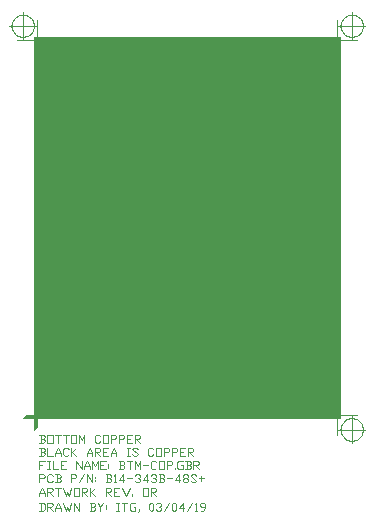
<source format=gbr>
G75*
%IPPOS*%
%FSLAX24Y24*%
%MOIN*%
%ADD10C,0.00100*%
%ADD11C,0.00200*%
%ADD12C,0.00400*%
%ADD13C,0.00800*%
%ADD14C,0.01500*%
%ADD15C,0.02500*%
%ADD16C,0.04000*%
%ADD17C,0.40000*%
%ADD18C,0.20000*%
%ADD19C,0.13838*%
%ADD20C,0.11515*%
%ADD21C,0.09600*%
%ADD22C,0.03800*%
%ADD23C,0.08000*%
%ADD24C,0.12600*%
%ADD25C,0.01300*%
%ADD26C,0.04000*%
%LNGB-BCOP*%
%LPD*%
G54D10*
X-388Y-5D02*
X-483Y-108D01*
X-108D01*
Y-483D01*
X-5Y-388D01*
Y-5D01*
X-388D01*
X-461Y-98D02*
X-483Y-108D01*
X-98Y-461D02*
X-108Y-483D01*
G54D11*
X-384Y-15D02*
X-461Y-98D01*
X-98D01*
Y-461D01*
X-15Y-384D01*
Y-15D01*
X-384D01*
X-415Y-78D02*
X-461Y-98D01*
X-78Y-415D02*
X-98Y-461D01*
G54D12*
X-375Y-35D02*
X-415Y-78D01*
X-78D01*
Y-415D01*
X-35Y-375D01*
Y-35D01*
X-375D01*
X-225Y-35D02*
Y-78D01*
X-263D02*
Y-35D01*
X-301D02*
Y-78D01*
X-339D02*
Y-35D01*
X-377Y-37D02*
Y-78D01*
X-187D02*
Y-35D01*
X-149D02*
Y-78D01*
X-111D02*
Y-35D01*
X-73D02*
Y-410D01*
G54D10*
X-388Y-5D02*
X-483Y-108D01*
X-108D01*
Y-483D01*
X-5Y-388D01*
Y-5D01*
X-388D01*
X-484Y13354D02*
X-543Y13349D01*
X-600Y13335D01*
X-654Y13313D01*
X-704Y13282D01*
X-749Y13244D01*
X-787Y13199D01*
X-818Y13149D01*
X-841Y13095D01*
X-854Y13037D01*
X-859Y12979D01*
D02*
X-854Y12920D01*
X-841Y12863D01*
X-818Y12808D01*
X-787Y12758D01*
X-749Y12713D01*
X-704Y12675D01*
X-654Y12644D01*
X-600Y12622D01*
X-543Y12608D01*
X-484Y12604D01*
Y12979D02*
X-937D01*
X-484Y12604D02*
X-425Y12608D01*
X-368Y12622D01*
X-314Y12644D01*
X-263Y12675D01*
X-219Y12713D01*
X-181Y12758D01*
X-150Y12808D01*
X-127Y12863D01*
X-114Y12920D01*
X-109Y12979D01*
X-484D02*
Y12526D01*
X0Y12500D02*
Y13172D01*
Y12500D02*
X-672D01*
X-109Y12979D02*
X-114Y13037D01*
X-127Y13095D01*
X-150Y13149D01*
X-181Y13199D01*
X-219Y13244D01*
X-263Y13282D01*
X-314Y13313D01*
X-368Y13335D01*
X-425Y13349D01*
X-484Y13354D01*
Y12979D02*
X-31D01*
X-484D02*
Y13432D01*
G54D12*
X71Y-2240D02*
Y-1975D01*
X204D01*
X248Y-2019D01*
Y-2063D01*
X204Y-2108D01*
X71D01*
X513Y-2196D02*
X469Y-2240D01*
X381D01*
X336Y-2196D01*
Y-2019D01*
X381Y-1975D01*
X469D01*
X513Y-2019D01*
X602Y-2240D02*
X734D01*
X779Y-2196D01*
Y-2152D01*
X734Y-2108D01*
X646D01*
X734D02*
X779Y-2063D01*
Y-2019D01*
X734Y-1975D01*
X602D01*
X646D02*
Y-2240D01*
X1133D02*
Y-1975D01*
X1265D01*
X1309Y-2019D01*
Y-2063D01*
X1265Y-2108D01*
X1133D01*
X1398Y-2240D02*
X1575Y-1975D01*
X1663Y-2240D02*
Y-1975D01*
X1840Y-2240D01*
Y-1975D01*
X1929Y-2063D02*
Y-2108D01*
Y-2152D02*
Y-2196D01*
X2283Y-2240D02*
X2415D01*
X2460Y-2196D01*
Y-2152D01*
X2415Y-2108D01*
X2327D01*
X2415D02*
X2460Y-2063D01*
Y-2019D01*
X2415Y-1975D01*
X2283D01*
X2327D02*
Y-2240D01*
X2548Y-2019D02*
X2592Y-1975D01*
Y-2240D01*
X2548D02*
X2637D01*
X2902Y-2152D02*
X2725D01*
X2858Y-1975D01*
Y-2240D01*
X2990Y-2108D02*
X3167D01*
X3256Y-2019D02*
X3300Y-1975D01*
X3389D01*
X3433Y-2019D01*
Y-2063D01*
X3389Y-2108D01*
X3344D01*
X3389D02*
X3433Y-2152D01*
Y-2196D01*
X3389Y-2240D01*
X3300D01*
X3256Y-2196D01*
X3698Y-2152D02*
X3521D01*
X3654Y-1975D01*
Y-2240D01*
X3787Y-2019D02*
X3831Y-1975D01*
X3919D01*
X3964Y-2019D01*
Y-2063D01*
X3919Y-2108D01*
X3875D01*
X3919D02*
X3964Y-2152D01*
Y-2196D01*
X3919Y-2240D01*
X3831D01*
X3787Y-2196D01*
X4052Y-2240D02*
X4185D01*
X4229Y-2196D01*
Y-2152D01*
X4185Y-2108D01*
X4096D01*
X4185D02*
X4229Y-2063D01*
Y-2019D01*
X4185Y-1975D01*
X4052D01*
X4096D02*
Y-2240D01*
X4318Y-2108D02*
X4495D01*
X4760Y-2152D02*
X4583D01*
X4716Y-1975D01*
Y-2240D01*
X4893D02*
X4848Y-2196D01*
Y-2152D01*
X4893Y-2108D01*
X4981D01*
X5025Y-2063D01*
Y-2019D01*
X4981Y-1975D01*
X4893D01*
X4848Y-2019D01*
Y-2063D01*
X4893Y-2108D01*
X4981D02*
X5025Y-2152D01*
Y-2196D01*
X4981Y-2240D01*
X4893D01*
X5114Y-2196D02*
X5158Y-2240D01*
X5247D01*
X5291Y-2196D01*
X5114Y-2019D01*
X5158Y-1975D01*
X5247D01*
X5291Y-2019D01*
X5468Y-2196D02*
Y-2019D01*
X5556Y-2108D02*
X5379D01*
X71Y-3181D02*
X204D01*
X248Y-3137D01*
Y-2960D01*
X204Y-2916D01*
X71D01*
X115D02*
Y-3181D01*
X336D02*
Y-2916D01*
X469D01*
X513Y-2960D01*
Y-3004D01*
X469Y-3048D01*
X336D01*
X381D02*
X513Y-3181D01*
X602D02*
Y-3093D01*
X690Y-2916D01*
X779Y-3093D01*
Y-3181D01*
X602Y-3093D02*
X779D01*
X867Y-2916D02*
X956Y-3181D01*
X1000Y-3048D01*
X1044Y-3181D01*
X1133Y-2916D01*
X1221Y-3181D02*
Y-2916D01*
X1398Y-3181D01*
Y-2916D01*
X1752Y-3181D02*
X1885D01*
X1929Y-3137D01*
Y-3093D01*
X1885Y-3048D01*
X1796D01*
X1885D02*
X1929Y-3004D01*
Y-2960D01*
X1885Y-2916D01*
X1752D01*
X1796D02*
Y-3181D01*
X2017Y-2916D02*
X2106Y-3048D01*
Y-3181D01*
Y-3048D02*
X2194Y-2916D01*
X2283Y-3004D02*
Y-3048D01*
Y-3093D02*
Y-3137D01*
X2637Y-2916D02*
X2725D01*
X2681D02*
Y-3181D01*
X2637D02*
X2725D01*
X2814Y-2916D02*
X2990D01*
X2902D02*
Y-3181D01*
X3212Y-3048D02*
X3256D01*
Y-3181D01*
X3123D01*
X3079Y-3137D01*
Y-2960D01*
X3123Y-2916D01*
X3256D01*
X3389Y-3137D02*
Y-3181D01*
X3344Y-3225D01*
X3787Y-3181D02*
X3743Y-3137D01*
Y-2960D01*
X3787Y-2916D01*
X3831D01*
X3875Y-2960D01*
Y-3137D01*
X3831Y-3181D01*
X3787D01*
X3964Y-2960D02*
X4008Y-2916D01*
X4096D01*
X4141Y-2960D01*
Y-3004D01*
X4096Y-3048D01*
X4052D01*
X4096D02*
X4141Y-3093D01*
Y-3137D01*
X4096Y-3181D01*
X4008D01*
X3964Y-3137D01*
X4229Y-3181D02*
X4406Y-2916D01*
X4539Y-3181D02*
X4495Y-3137D01*
Y-2960D01*
X4539Y-2916D01*
X4583D01*
X4627Y-2960D01*
Y-3137D01*
X4583Y-3181D01*
X4539D01*
X4893Y-3093D02*
X4716D01*
X4848Y-2916D01*
Y-3181D01*
X4981D02*
X5158Y-2916D01*
X5247Y-2960D02*
X5291Y-2916D01*
Y-3181D01*
X5247D02*
X5335D01*
X5468D02*
X5512D01*
X5600Y-3093D01*
Y-2960D01*
X5556Y-2916D01*
X5468D01*
X5424Y-2960D01*
Y-3004D01*
X5468Y-3048D01*
X5600D01*
X71Y-1798D02*
Y-1533D01*
X248D01*
X71Y-1665D02*
X159D01*
X336Y-1533D02*
X425D01*
X381D02*
Y-1798D01*
X336D02*
X425D01*
X513Y-1533D02*
Y-1798D01*
X690D01*
X779D02*
Y-1533D01*
X956D01*
X779Y-1665D02*
X867D01*
X779Y-1798D02*
X956D01*
X1309D02*
Y-1533D01*
X1486Y-1798D01*
Y-1533D01*
X1575Y-1798D02*
Y-1709D01*
X1663Y-1533D01*
X1752Y-1709D01*
Y-1798D01*
X1575Y-1709D02*
X1752D01*
X1840Y-1798D02*
Y-1533D01*
X1929Y-1709D01*
X2017Y-1533D01*
Y-1798D01*
X2106D02*
Y-1533D01*
X2283D01*
X2106Y-1665D02*
X2194D01*
X2106Y-1798D02*
X2283D01*
X2371Y-1621D02*
Y-1665D01*
Y-1709D02*
Y-1754D01*
X2725Y-1798D02*
X2858D01*
X2902Y-1754D01*
Y-1709D01*
X2858Y-1665D01*
X2769D01*
X2858D02*
X2902Y-1621D01*
Y-1577D01*
X2858Y-1533D01*
X2725D01*
X2769D02*
Y-1798D01*
X2990Y-1533D02*
X3167D01*
X3079D02*
Y-1798D01*
X3256D02*
Y-1533D01*
X3344Y-1709D01*
X3433Y-1533D01*
Y-1798D01*
X3521Y-1665D02*
X3698D01*
X3964Y-1754D02*
X3919Y-1798D01*
X3831D01*
X3787Y-1754D01*
Y-1577D01*
X3831Y-1533D01*
X3919D01*
X3964Y-1577D01*
X4052Y-1798D02*
Y-1533D01*
X4229D01*
Y-1798D01*
X4052D01*
X4318D02*
Y-1533D01*
X4450D01*
X4495Y-1577D01*
Y-1621D01*
X4450Y-1665D01*
X4318D01*
X4583Y-1798D02*
Y-1754D01*
X4804Y-1665D02*
X4848D01*
Y-1798D01*
X4716D01*
X4671Y-1754D01*
Y-1577D01*
X4716Y-1533D01*
X4848D01*
X4937Y-1798D02*
X5070D01*
X5114Y-1754D01*
Y-1709D01*
X5070Y-1665D01*
X4981D01*
X5070D02*
X5114Y-1621D01*
Y-1577D01*
X5070Y-1533D01*
X4937D01*
X4981D02*
Y-1798D01*
X5202D02*
Y-1533D01*
X5335D01*
X5379Y-1577D01*
Y-1621D01*
X5335Y-1665D01*
X5202D01*
X5247D02*
X5379Y-1798D01*
X71Y-1356D02*
X204D01*
X248Y-1311D01*
Y-1267D01*
X204Y-1223D01*
X115D01*
X204D02*
X248Y-1179D01*
Y-1134D01*
X204Y-1090D01*
X71D01*
X115D02*
Y-1356D01*
X336Y-1090D02*
Y-1356D01*
X513D01*
X602D02*
Y-1267D01*
X690Y-1090D01*
X779Y-1267D01*
Y-1356D01*
X602Y-1267D02*
X779D01*
X1044Y-1311D02*
X1000Y-1356D01*
X911D01*
X867Y-1311D01*
Y-1134D01*
X911Y-1090D01*
X1000D01*
X1044Y-1134D01*
X1133Y-1356D02*
Y-1090D01*
X1309D02*
X1177Y-1223D01*
X1133D01*
X1177D02*
X1309Y-1356D01*
X1663D02*
Y-1267D01*
X1752Y-1090D01*
X1840Y-1267D01*
Y-1356D01*
X1663Y-1267D02*
X1840D01*
X1929Y-1356D02*
Y-1090D01*
X2062D01*
X2106Y-1134D01*
Y-1179D01*
X2062Y-1223D01*
X1929D01*
X1973D02*
X2106Y-1356D01*
X2194D02*
Y-1090D01*
X2371D01*
X2194Y-1223D02*
X2283D01*
X2194Y-1356D02*
X2371D01*
X2460D02*
Y-1267D01*
X2548Y-1090D01*
X2637Y-1267D01*
Y-1356D01*
X2460Y-1267D02*
X2637D01*
X2990Y-1090D02*
X3079D01*
X3035D02*
Y-1356D01*
X2990D02*
X3079D01*
X3167Y-1311D02*
X3212Y-1356D01*
X3300D01*
X3344Y-1311D01*
X3167Y-1134D01*
X3212Y-1090D01*
X3300D01*
X3344Y-1134D01*
X3875Y-1311D02*
X3831Y-1356D01*
X3743D01*
X3698Y-1311D01*
Y-1134D01*
X3743Y-1090D01*
X3831D01*
X3875Y-1134D01*
X3964Y-1356D02*
Y-1090D01*
X4141D01*
Y-1356D01*
X3964D01*
X4229D02*
Y-1090D01*
X4362D01*
X4406Y-1134D01*
Y-1179D01*
X4362Y-1223D01*
X4229D01*
X4495Y-1356D02*
Y-1090D01*
X4627D01*
X4671Y-1134D01*
Y-1179D01*
X4627Y-1223D01*
X4495D01*
X4760Y-1356D02*
Y-1090D01*
X4937D01*
X4760Y-1223D02*
X4848D01*
X4760Y-1356D02*
X4937D01*
X5025D02*
Y-1090D01*
X5158D01*
X5202Y-1134D01*
Y-1179D01*
X5158Y-1223D01*
X5025D01*
X5070D02*
X5202Y-1356D01*
X71Y-913D02*
X204D01*
X248Y-869D01*
Y-825D01*
X204Y-781D01*
X115D01*
X204D02*
X248Y-736D01*
Y-692D01*
X204Y-648D01*
X71D01*
X115D02*
Y-913D01*
X336D02*
Y-648D01*
X513D01*
Y-913D01*
X336D01*
X602Y-648D02*
X779D01*
X690D02*
Y-913D01*
X867Y-648D02*
X1044D01*
X956D02*
Y-913D01*
X1133D02*
Y-648D01*
X1309D01*
Y-913D01*
X1133D01*
X1398D02*
Y-648D01*
X1486Y-825D01*
X1575Y-648D01*
Y-913D01*
X2106Y-869D02*
X2062Y-913D01*
X1973D01*
X1929Y-869D01*
Y-692D01*
X1973Y-648D01*
X2062D01*
X2106Y-692D01*
X2194Y-913D02*
Y-648D01*
X2371D01*
Y-913D01*
X2194D01*
X2460D02*
Y-648D01*
X2592D01*
X2637Y-692D01*
Y-736D01*
X2592Y-781D01*
X2460D01*
X2725Y-913D02*
Y-648D01*
X2858D01*
X2902Y-692D01*
Y-736D01*
X2858Y-781D01*
X2725D01*
X2990Y-913D02*
Y-648D01*
X3167D01*
X2990Y-781D02*
X3079D01*
X2990Y-913D02*
X3167D01*
X3256D02*
Y-648D01*
X3389D01*
X3433Y-692D01*
Y-736D01*
X3389Y-781D01*
X3256D01*
X3300D02*
X3433Y-913D01*
X71Y-2687D02*
Y-2598D01*
X159Y-2421D01*
X248Y-2598D01*
Y-2687D01*
X71Y-2598D02*
X248D01*
X336Y-2687D02*
Y-2421D01*
X469D01*
X513Y-2466D01*
Y-2510D01*
X469Y-2554D01*
X336D01*
X381D02*
X513Y-2687D01*
X602Y-2421D02*
X779D01*
X690D02*
Y-2687D01*
X867Y-2421D02*
X956Y-2687D01*
X1000Y-2554D01*
X1044Y-2687D01*
X1133Y-2421D01*
X1221Y-2687D02*
Y-2421D01*
X1398D01*
Y-2687D01*
X1221D01*
X1486D02*
Y-2421D01*
X1619D01*
X1663Y-2466D01*
Y-2510D01*
X1619Y-2554D01*
X1486D01*
X1531D02*
X1663Y-2687D01*
X1752D02*
Y-2421D01*
X1929D02*
X1796Y-2554D01*
X1752D01*
X1796D02*
X1929Y-2687D01*
X2283D02*
Y-2421D01*
X2415D01*
X2460Y-2466D01*
Y-2510D01*
X2415Y-2554D01*
X2283D01*
X2327D02*
X2460Y-2687D01*
X2548D02*
Y-2421D01*
X2725D01*
X2548Y-2554D02*
X2637D01*
X2548Y-2687D02*
X2725D01*
X2814Y-2421D02*
X2946Y-2687D01*
X3079Y-2421D01*
X3167Y-2687D02*
Y-2643D01*
X3521Y-2687D02*
Y-2421D01*
X3698D01*
Y-2687D01*
X3521D01*
X3787D02*
Y-2421D01*
X3919D01*
X3964Y-2466D01*
Y-2510D01*
X3919Y-2554D01*
X3787D01*
X3831D02*
X3964Y-2687D01*
G54D10*
X10484Y13354D02*
X10543Y13349D01*
X10600Y13335D01*
X10654Y13313D01*
X10704Y13282D01*
X10749Y13244D01*
X10787Y13199D01*
X10818Y13149D01*
X10841Y13095D01*
X10854Y13037D01*
X10859Y12979D01*
D02*
X10854Y12920D01*
X10841Y12863D01*
X10818Y12808D01*
X10787Y12758D01*
X10749Y12713D01*
X10704Y12675D01*
X10654Y12644D01*
X10600Y12622D01*
X10543Y12608D01*
X10484Y12604D01*
Y12979D02*
X10937D01*
X10484Y12604D02*
X10425Y12608D01*
X10368Y12622D01*
X10314Y12644D01*
X10263Y12675D01*
X10219Y12713D01*
X10181Y12758D01*
X10150Y12808D01*
X10127Y12863D01*
X10114Y12920D01*
X10109Y12979D01*
X10484D02*
Y12526D01*
X10000Y12500D02*
Y13172D01*
Y12500D02*
X10672D01*
X10109Y12979D02*
X10114Y13037D01*
X10127Y13095D01*
X10150Y13149D01*
X10181Y13199D01*
X10219Y13244D01*
X10263Y13282D01*
X10314Y13313D01*
X10368Y13335D01*
X10425Y13349D01*
X10484Y13354D01*
Y12979D02*
X10031D01*
X10484D02*
Y13432D01*
Y-854D02*
X10543Y-849D01*
X10600Y-835D01*
X10654Y-813D01*
X10704Y-782D01*
X10749Y-744D01*
X10787Y-699D01*
X10818Y-649D01*
X10841Y-595D01*
X10854Y-537D01*
X10859Y-479D01*
D02*
X10854Y-420D01*
X10841Y-363D01*
X10818Y-308D01*
X10787Y-258D01*
X10749Y-213D01*
X10704Y-175D01*
X10654Y-144D01*
X10600Y-122D01*
X10543Y-108D01*
X10484Y-104D01*
Y-479D02*
X10937D01*
X10484Y-104D02*
X10425Y-108D01*
X10368Y-122D01*
X10314Y-144D01*
X10263Y-175D01*
X10219Y-213D01*
X10181Y-258D01*
X10150Y-308D01*
X10127Y-363D01*
X10114Y-420D01*
X10109Y-479D01*
X10484D02*
Y-26D01*
X10000Y0D02*
Y-672D01*
Y0D02*
X10672D01*
X10109Y-479D02*
X10114Y-537D01*
X10127Y-595D01*
X10150Y-649D01*
X10181Y-699D01*
X10219Y-744D01*
X10263Y-782D01*
X10314Y-813D01*
X10368Y-835D01*
X10425Y-849D01*
X10484Y-854D01*
Y-479D02*
X10031D01*
X10484D02*
Y-932D01*
X-95Y-95D02*
X10095D01*
Y12595D01*
X-95D01*
Y-95D01*
G54D11*
X-85Y-85D02*
X10085D01*
Y12585D01*
X-85D01*
Y-85D01*
G54D12*
X-65Y-65D02*
X10065D01*
Y12565D01*
X-65D01*
Y-65D01*
G54D13*
X-25Y-25D02*
X10025D01*
Y12525D01*
X-25D01*
Y-25D01*
G54D14*
X50Y50D02*
X9950D01*
Y12450D01*
X50D01*
Y50D01*
G54D15*
X175Y175D02*
X9825D01*
Y12325D01*
X175D01*
Y175D01*
G54D16*
X375Y375D02*
X9625D01*
Y12125D01*
X375D01*
Y375D01*
G54D23*
X775Y775D02*
X9225D01*
Y11725D01*
X775D01*
Y775D01*
G54D19*
X1467Y1467D02*
X8533D01*
Y11033D01*
X1467D01*
Y1467D01*
G54D18*
X2467Y2467D02*
X7533D01*
Y10033D01*
X2467D01*
Y2467D01*
G54D17*
X4467Y4467D02*
X5533D01*
Y8033D01*
X4467D01*
Y4467D01*
X5000Y8033D02*
Y4467D01*
G54D10*
X-95Y-95D02*
X10095D01*
Y12595D01*
X-95D01*
Y-95D01*
M02*


	THIS DOCUMENT AND ITS CONTENTS ARE OWNED BY, AND ARE
THE CONFIDENTIAL AND PROPRIETARY INFORMATION OF, MINI-CIRCUITS
("CONFIDENTIAL INFORMATION") AND MINI-CIRCUITS RESERVES ALL
DESIGN, USE, MANUFACTURING AND REPRODUCTION RIGHTS THERETO.
UNLESS OTHERWISE EXPRESSLY AGREED TO IN WRITING BY MINI-
CIRCUITS, THE CONFIDENTIAL INFROMATION WILL: (i) BE USED BY MINI-
CIRCUITS' VENDORS, VENDEES, OR THE UNITED STATES GOVERNMENT
("RECEIVING PARTY") SOLELY TO PROMOTE THE COMMERCIAL
RELATIONSHIP BETWEEN RECEIVING PARTY AND MINI-CIRCUITS
("PURPOSE") AND THEN ONLY TO THE EXTENT SPECIFIED BY MINI-
CIRCUITS; (ii) NOT BE USED FOR ANY OTHER PURPOSE AND NOT BE USED
IN ANY WAY DETRIMENTAL TO MINI-CIRCUITS OR TO COMPETE AGAINST
MINI-CIRCUITS; AND (iii) BE KEPT CONFIDENTIAL BY THE RECEIVING PARTY
AND RECEIVING PARTY AGREES NOT TO DISCLOSE THE CONFIDENTIAL
INFORMATION TO ANY THIRD PARTY.

</source>
